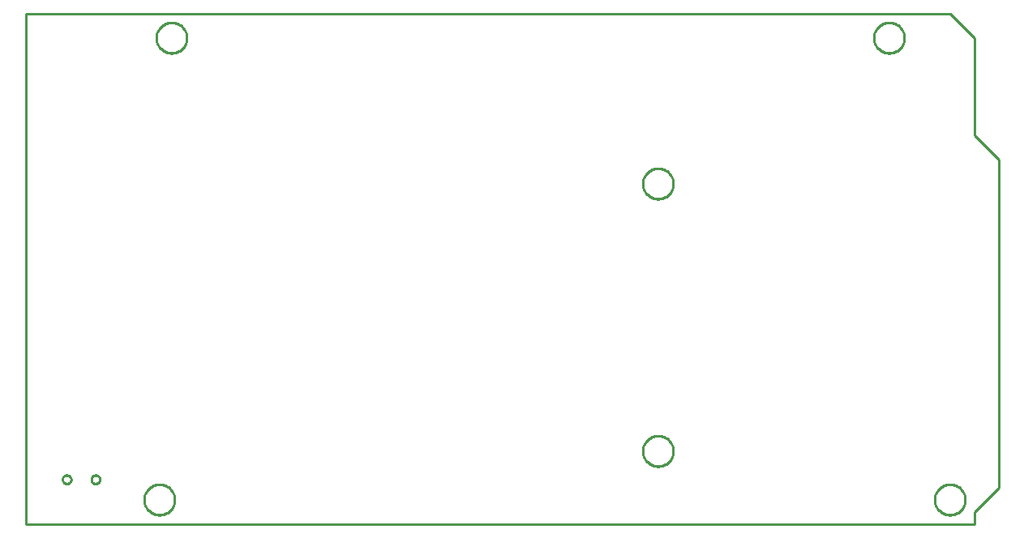
<source format=gbr>
G04 EAGLE Gerber RS-274X export*
G75*
%MOMM*%
%FSLAX34Y34*%
%LPD*%
%IN*%
%IPPOS*%
%AMOC8*
5,1,8,0,0,1.08239X$1,22.5*%
G01*
%ADD10C,0.254000*%


D10*
X0Y0D02*
X990600Y0D01*
X990600Y12700D01*
X1016000Y38100D01*
X1016000Y381000D01*
X990600Y406400D01*
X990600Y508000D01*
X965200Y533400D01*
X0Y533400D01*
X0Y0D01*
X168400Y507476D02*
X168332Y506431D01*
X168195Y505392D01*
X167990Y504365D01*
X167719Y503353D01*
X167383Y502361D01*
X166982Y501393D01*
X166518Y500454D01*
X165995Y499546D01*
X165413Y498675D01*
X164775Y497844D01*
X164084Y497057D01*
X163343Y496316D01*
X162556Y495625D01*
X161725Y494988D01*
X160854Y494406D01*
X159946Y493882D01*
X159007Y493418D01*
X158039Y493017D01*
X157047Y492681D01*
X156035Y492410D01*
X155008Y492205D01*
X153969Y492069D01*
X152924Y492000D01*
X151876Y492000D01*
X150831Y492069D01*
X149792Y492205D01*
X148765Y492410D01*
X147753Y492681D01*
X146761Y493017D01*
X145793Y493418D01*
X144854Y493882D01*
X143946Y494406D01*
X143075Y494988D01*
X142244Y495625D01*
X141457Y496316D01*
X140716Y497057D01*
X140025Y497844D01*
X139388Y498675D01*
X138806Y499546D01*
X138282Y500454D01*
X137818Y501393D01*
X137417Y502361D01*
X137081Y503353D01*
X136810Y504365D01*
X136605Y505392D01*
X136469Y506431D01*
X136400Y507476D01*
X136400Y508524D01*
X136469Y509569D01*
X136605Y510608D01*
X136810Y511635D01*
X137081Y512647D01*
X137417Y513639D01*
X137818Y514607D01*
X138282Y515546D01*
X138806Y516454D01*
X139388Y517325D01*
X140025Y518156D01*
X140716Y518943D01*
X141457Y519684D01*
X142244Y520375D01*
X143075Y521013D01*
X143946Y521595D01*
X144854Y522118D01*
X145793Y522582D01*
X146761Y522983D01*
X147753Y523319D01*
X148765Y523590D01*
X149792Y523795D01*
X150831Y523932D01*
X151876Y524000D01*
X152924Y524000D01*
X153969Y523932D01*
X155008Y523795D01*
X156035Y523590D01*
X157047Y523319D01*
X158039Y522983D01*
X159007Y522582D01*
X159946Y522118D01*
X160854Y521595D01*
X161725Y521013D01*
X162556Y520375D01*
X163343Y519684D01*
X164084Y518943D01*
X164775Y518156D01*
X165413Y517325D01*
X165995Y516454D01*
X166518Y515546D01*
X166982Y514607D01*
X167383Y513639D01*
X167719Y512647D01*
X167990Y511635D01*
X168195Y510608D01*
X168332Y509569D01*
X168400Y508524D01*
X168400Y507476D01*
X155700Y24876D02*
X155632Y23831D01*
X155495Y22792D01*
X155290Y21765D01*
X155019Y20753D01*
X154683Y19761D01*
X154282Y18793D01*
X153818Y17854D01*
X153295Y16946D01*
X152713Y16075D01*
X152075Y15244D01*
X151384Y14457D01*
X150643Y13716D01*
X149856Y13025D01*
X149025Y12388D01*
X148154Y11806D01*
X147246Y11282D01*
X146307Y10818D01*
X145339Y10417D01*
X144347Y10081D01*
X143335Y9810D01*
X142308Y9605D01*
X141269Y9469D01*
X140224Y9400D01*
X139176Y9400D01*
X138131Y9469D01*
X137092Y9605D01*
X136065Y9810D01*
X135053Y10081D01*
X134061Y10417D01*
X133093Y10818D01*
X132154Y11282D01*
X131246Y11806D01*
X130375Y12388D01*
X129544Y13025D01*
X128757Y13716D01*
X128016Y14457D01*
X127325Y15244D01*
X126688Y16075D01*
X126106Y16946D01*
X125582Y17854D01*
X125118Y18793D01*
X124717Y19761D01*
X124381Y20753D01*
X124110Y21765D01*
X123905Y22792D01*
X123769Y23831D01*
X123700Y24876D01*
X123700Y25924D01*
X123769Y26969D01*
X123905Y28008D01*
X124110Y29035D01*
X124381Y30047D01*
X124717Y31039D01*
X125118Y32007D01*
X125582Y32946D01*
X126106Y33854D01*
X126688Y34725D01*
X127325Y35556D01*
X128016Y36343D01*
X128757Y37084D01*
X129544Y37775D01*
X130375Y38413D01*
X131246Y38995D01*
X132154Y39518D01*
X133093Y39982D01*
X134061Y40383D01*
X135053Y40719D01*
X136065Y40990D01*
X137092Y41195D01*
X138131Y41332D01*
X139176Y41400D01*
X140224Y41400D01*
X141269Y41332D01*
X142308Y41195D01*
X143335Y40990D01*
X144347Y40719D01*
X145339Y40383D01*
X146307Y39982D01*
X147246Y39518D01*
X148154Y38995D01*
X149025Y38413D01*
X149856Y37775D01*
X150643Y37084D01*
X151384Y36343D01*
X152075Y35556D01*
X152713Y34725D01*
X153295Y33854D01*
X153818Y32946D01*
X154282Y32007D01*
X154683Y31039D01*
X155019Y30047D01*
X155290Y29035D01*
X155495Y28008D01*
X155632Y26969D01*
X155700Y25924D01*
X155700Y24876D01*
X676400Y355076D02*
X676332Y354031D01*
X676195Y352992D01*
X675990Y351965D01*
X675719Y350953D01*
X675383Y349961D01*
X674982Y348993D01*
X674518Y348054D01*
X673995Y347146D01*
X673413Y346275D01*
X672775Y345444D01*
X672084Y344657D01*
X671343Y343916D01*
X670556Y343225D01*
X669725Y342588D01*
X668854Y342006D01*
X667946Y341482D01*
X667007Y341018D01*
X666039Y340617D01*
X665047Y340281D01*
X664035Y340010D01*
X663008Y339805D01*
X661969Y339669D01*
X660924Y339600D01*
X659876Y339600D01*
X658831Y339669D01*
X657792Y339805D01*
X656765Y340010D01*
X655753Y340281D01*
X654761Y340617D01*
X653793Y341018D01*
X652854Y341482D01*
X651946Y342006D01*
X651075Y342588D01*
X650244Y343225D01*
X649457Y343916D01*
X648716Y344657D01*
X648025Y345444D01*
X647388Y346275D01*
X646806Y347146D01*
X646282Y348054D01*
X645818Y348993D01*
X645417Y349961D01*
X645081Y350953D01*
X644810Y351965D01*
X644605Y352992D01*
X644469Y354031D01*
X644400Y355076D01*
X644400Y356124D01*
X644469Y357169D01*
X644605Y358208D01*
X644810Y359235D01*
X645081Y360247D01*
X645417Y361239D01*
X645818Y362207D01*
X646282Y363146D01*
X646806Y364054D01*
X647388Y364925D01*
X648025Y365756D01*
X648716Y366543D01*
X649457Y367284D01*
X650244Y367975D01*
X651075Y368613D01*
X651946Y369195D01*
X652854Y369718D01*
X653793Y370182D01*
X654761Y370583D01*
X655753Y370919D01*
X656765Y371190D01*
X657792Y371395D01*
X658831Y371532D01*
X659876Y371600D01*
X660924Y371600D01*
X661969Y371532D01*
X663008Y371395D01*
X664035Y371190D01*
X665047Y370919D01*
X666039Y370583D01*
X667007Y370182D01*
X667946Y369718D01*
X668854Y369195D01*
X669725Y368613D01*
X670556Y367975D01*
X671343Y367284D01*
X672084Y366543D01*
X672775Y365756D01*
X673413Y364925D01*
X673995Y364054D01*
X674518Y363146D01*
X674982Y362207D01*
X675383Y361239D01*
X675719Y360247D01*
X675990Y359235D01*
X676195Y358208D01*
X676332Y357169D01*
X676400Y356124D01*
X676400Y355076D01*
X676400Y75676D02*
X676332Y74631D01*
X676195Y73592D01*
X675990Y72565D01*
X675719Y71553D01*
X675383Y70561D01*
X674982Y69593D01*
X674518Y68654D01*
X673995Y67746D01*
X673413Y66875D01*
X672775Y66044D01*
X672084Y65257D01*
X671343Y64516D01*
X670556Y63825D01*
X669725Y63188D01*
X668854Y62606D01*
X667946Y62082D01*
X667007Y61618D01*
X666039Y61217D01*
X665047Y60881D01*
X664035Y60610D01*
X663008Y60405D01*
X661969Y60269D01*
X660924Y60200D01*
X659876Y60200D01*
X658831Y60269D01*
X657792Y60405D01*
X656765Y60610D01*
X655753Y60881D01*
X654761Y61217D01*
X653793Y61618D01*
X652854Y62082D01*
X651946Y62606D01*
X651075Y63188D01*
X650244Y63825D01*
X649457Y64516D01*
X648716Y65257D01*
X648025Y66044D01*
X647388Y66875D01*
X646806Y67746D01*
X646282Y68654D01*
X645818Y69593D01*
X645417Y70561D01*
X645081Y71553D01*
X644810Y72565D01*
X644605Y73592D01*
X644469Y74631D01*
X644400Y75676D01*
X644400Y76724D01*
X644469Y77769D01*
X644605Y78808D01*
X644810Y79835D01*
X645081Y80847D01*
X645417Y81839D01*
X645818Y82807D01*
X646282Y83746D01*
X646806Y84654D01*
X647388Y85525D01*
X648025Y86356D01*
X648716Y87143D01*
X649457Y87884D01*
X650244Y88575D01*
X651075Y89213D01*
X651946Y89795D01*
X652854Y90318D01*
X653793Y90782D01*
X654761Y91183D01*
X655753Y91519D01*
X656765Y91790D01*
X657792Y91995D01*
X658831Y92132D01*
X659876Y92200D01*
X660924Y92200D01*
X661969Y92132D01*
X663008Y91995D01*
X664035Y91790D01*
X665047Y91519D01*
X666039Y91183D01*
X667007Y90782D01*
X667946Y90318D01*
X668854Y89795D01*
X669725Y89213D01*
X670556Y88575D01*
X671343Y87884D01*
X672084Y87143D01*
X672775Y86356D01*
X673413Y85525D01*
X673995Y84654D01*
X674518Y83746D01*
X674982Y82807D01*
X675383Y81839D01*
X675719Y80847D01*
X675990Y79835D01*
X676195Y78808D01*
X676332Y77769D01*
X676400Y76724D01*
X676400Y75676D01*
X917700Y507476D02*
X917632Y506431D01*
X917495Y505392D01*
X917290Y504365D01*
X917019Y503353D01*
X916683Y502361D01*
X916282Y501393D01*
X915818Y500454D01*
X915295Y499546D01*
X914713Y498675D01*
X914075Y497844D01*
X913384Y497057D01*
X912643Y496316D01*
X911856Y495625D01*
X911025Y494988D01*
X910154Y494406D01*
X909246Y493882D01*
X908307Y493418D01*
X907339Y493017D01*
X906347Y492681D01*
X905335Y492410D01*
X904308Y492205D01*
X903269Y492069D01*
X902224Y492000D01*
X901176Y492000D01*
X900131Y492069D01*
X899092Y492205D01*
X898065Y492410D01*
X897053Y492681D01*
X896061Y493017D01*
X895093Y493418D01*
X894154Y493882D01*
X893246Y494406D01*
X892375Y494988D01*
X891544Y495625D01*
X890757Y496316D01*
X890016Y497057D01*
X889325Y497844D01*
X888688Y498675D01*
X888106Y499546D01*
X887582Y500454D01*
X887118Y501393D01*
X886717Y502361D01*
X886381Y503353D01*
X886110Y504365D01*
X885905Y505392D01*
X885769Y506431D01*
X885700Y507476D01*
X885700Y508524D01*
X885769Y509569D01*
X885905Y510608D01*
X886110Y511635D01*
X886381Y512647D01*
X886717Y513639D01*
X887118Y514607D01*
X887582Y515546D01*
X888106Y516454D01*
X888688Y517325D01*
X889325Y518156D01*
X890016Y518943D01*
X890757Y519684D01*
X891544Y520375D01*
X892375Y521013D01*
X893246Y521595D01*
X894154Y522118D01*
X895093Y522582D01*
X896061Y522983D01*
X897053Y523319D01*
X898065Y523590D01*
X899092Y523795D01*
X900131Y523932D01*
X901176Y524000D01*
X902224Y524000D01*
X903269Y523932D01*
X904308Y523795D01*
X905335Y523590D01*
X906347Y523319D01*
X907339Y522983D01*
X908307Y522582D01*
X909246Y522118D01*
X910154Y521595D01*
X911025Y521013D01*
X911856Y520375D01*
X912643Y519684D01*
X913384Y518943D01*
X914075Y518156D01*
X914713Y517325D01*
X915295Y516454D01*
X915818Y515546D01*
X916282Y514607D01*
X916683Y513639D01*
X917019Y512647D01*
X917290Y511635D01*
X917495Y510608D01*
X917632Y509569D01*
X917700Y508524D01*
X917700Y507476D01*
X981200Y24876D02*
X981132Y23831D01*
X980995Y22792D01*
X980790Y21765D01*
X980519Y20753D01*
X980183Y19761D01*
X979782Y18793D01*
X979318Y17854D01*
X978795Y16946D01*
X978213Y16075D01*
X977575Y15244D01*
X976884Y14457D01*
X976143Y13716D01*
X975356Y13025D01*
X974525Y12388D01*
X973654Y11806D01*
X972746Y11282D01*
X971807Y10818D01*
X970839Y10417D01*
X969847Y10081D01*
X968835Y9810D01*
X967808Y9605D01*
X966769Y9469D01*
X965724Y9400D01*
X964676Y9400D01*
X963631Y9469D01*
X962592Y9605D01*
X961565Y9810D01*
X960553Y10081D01*
X959561Y10417D01*
X958593Y10818D01*
X957654Y11282D01*
X956746Y11806D01*
X955875Y12388D01*
X955044Y13025D01*
X954257Y13716D01*
X953516Y14457D01*
X952825Y15244D01*
X952188Y16075D01*
X951606Y16946D01*
X951082Y17854D01*
X950618Y18793D01*
X950217Y19761D01*
X949881Y20753D01*
X949610Y21765D01*
X949405Y22792D01*
X949269Y23831D01*
X949200Y24876D01*
X949200Y25924D01*
X949269Y26969D01*
X949405Y28008D01*
X949610Y29035D01*
X949881Y30047D01*
X950217Y31039D01*
X950618Y32007D01*
X951082Y32946D01*
X951606Y33854D01*
X952188Y34725D01*
X952825Y35556D01*
X953516Y36343D01*
X954257Y37084D01*
X955044Y37775D01*
X955875Y38413D01*
X956746Y38995D01*
X957654Y39518D01*
X958593Y39982D01*
X959561Y40383D01*
X960553Y40719D01*
X961565Y40990D01*
X962592Y41195D01*
X963631Y41332D01*
X964676Y41400D01*
X965724Y41400D01*
X966769Y41332D01*
X967808Y41195D01*
X968835Y40990D01*
X969847Y40719D01*
X970839Y40383D01*
X971807Y39982D01*
X972746Y39518D01*
X973654Y38995D01*
X974525Y38413D01*
X975356Y37775D01*
X976143Y37084D01*
X976884Y36343D01*
X977575Y35556D01*
X978213Y34725D01*
X978795Y33854D01*
X979318Y32946D01*
X979782Y32007D01*
X980183Y31039D01*
X980519Y30047D01*
X980790Y29035D01*
X980995Y28008D01*
X981132Y26969D01*
X981200Y25924D01*
X981200Y24876D01*
X77431Y46209D02*
X77355Y45631D01*
X77204Y45068D01*
X76981Y44530D01*
X76690Y44025D01*
X76335Y43563D01*
X75923Y43151D01*
X75461Y42796D01*
X74956Y42505D01*
X74418Y42282D01*
X73855Y42131D01*
X73277Y42055D01*
X72695Y42055D01*
X72117Y42131D01*
X71554Y42282D01*
X71016Y42505D01*
X70511Y42796D01*
X70049Y43151D01*
X69637Y43563D01*
X69282Y44025D01*
X68991Y44530D01*
X68768Y45068D01*
X68617Y45631D01*
X68541Y46209D01*
X68541Y46791D01*
X68617Y47369D01*
X68768Y47932D01*
X68991Y48470D01*
X69282Y48975D01*
X69637Y49437D01*
X70049Y49849D01*
X70511Y50204D01*
X71016Y50495D01*
X71554Y50718D01*
X72117Y50869D01*
X72695Y50945D01*
X73277Y50945D01*
X73855Y50869D01*
X74418Y50718D01*
X74956Y50495D01*
X75461Y50204D01*
X75923Y49849D01*
X76335Y49437D01*
X76690Y48975D01*
X76981Y48470D01*
X77204Y47932D01*
X77355Y47369D01*
X77431Y46791D01*
X77431Y46209D01*
X47459Y46209D02*
X47383Y45631D01*
X47232Y45068D01*
X47009Y44530D01*
X46718Y44025D01*
X46363Y43563D01*
X45951Y43151D01*
X45489Y42796D01*
X44984Y42505D01*
X44446Y42282D01*
X43883Y42131D01*
X43305Y42055D01*
X42723Y42055D01*
X42145Y42131D01*
X41582Y42282D01*
X41044Y42505D01*
X40539Y42796D01*
X40077Y43151D01*
X39665Y43563D01*
X39310Y44025D01*
X39019Y44530D01*
X38796Y45068D01*
X38645Y45631D01*
X38569Y46209D01*
X38569Y46791D01*
X38645Y47369D01*
X38796Y47932D01*
X39019Y48470D01*
X39310Y48975D01*
X39665Y49437D01*
X40077Y49849D01*
X40539Y50204D01*
X41044Y50495D01*
X41582Y50718D01*
X42145Y50869D01*
X42723Y50945D01*
X43305Y50945D01*
X43883Y50869D01*
X44446Y50718D01*
X44984Y50495D01*
X45489Y50204D01*
X45951Y49849D01*
X46363Y49437D01*
X46718Y48975D01*
X47009Y48470D01*
X47232Y47932D01*
X47383Y47369D01*
X47459Y46791D01*
X47459Y46209D01*
M02*

</source>
